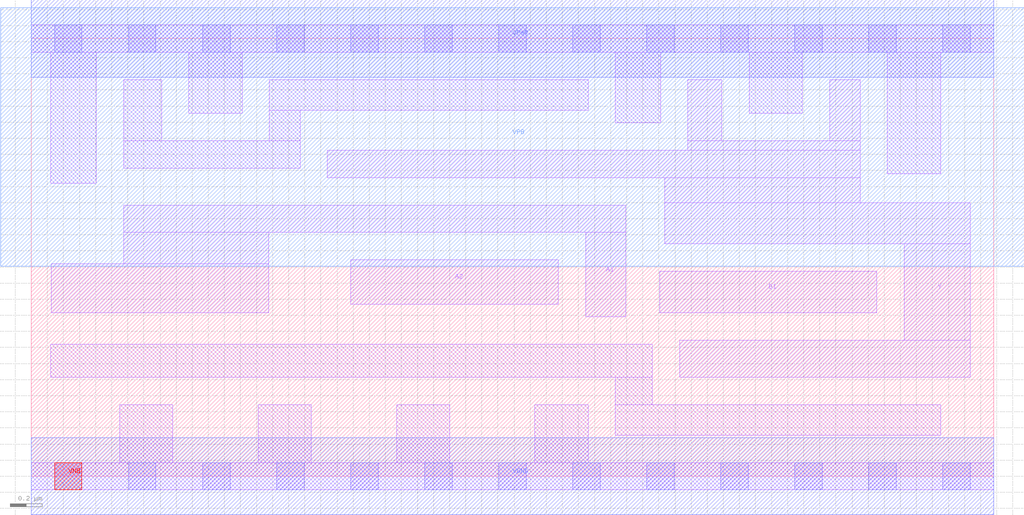
<source format=lef>
# Copyright 2020 The SkyWater PDK Authors
#
# Licensed under the Apache License, Version 2.0 (the "License");
# you may not use this file except in compliance with the License.
# You may obtain a copy of the License at
#
#     https://www.apache.org/licenses/LICENSE-2.0
#
# Unless required by applicable law or agreed to in writing, software
# distributed under the License is distributed on an "AS IS" BASIS,
# WITHOUT WARRANTIES OR CONDITIONS OF ANY KIND, either express or implied.
# See the License for the specific language governing permissions and
# limitations under the License.
#
# SPDX-License-Identifier: Apache-2.0

VERSION 5.7 ;
  NOWIREEXTENSIONATPIN ON ;
  DIVIDERCHAR "/" ;
  BUSBITCHARS "[]" ;
MACRO sky130_fd_sc_hd__o21ai_4
  CLASS CORE ;
  FOREIGN sky130_fd_sc_hd__o21ai_4 ;
  ORIGIN  0.000000  0.000000 ;
  SIZE  5.980000 BY  2.720000 ;
  SYMMETRY X Y R90 ;
  SITE unithd ;
  PIN A1
    ANTENNAGATEAREA  0.990000 ;
    DIRECTION INPUT ;
    USE SIGNAL ;
    PORT
      LAYER li1 ;
        RECT 0.125000 1.015000 1.475000 1.320000 ;
        RECT 0.575000 1.320000 1.475000 1.515000 ;
        RECT 0.575000 1.515000 3.695000 1.685000 ;
        RECT 3.445000 0.990000 3.695000 1.515000 ;
    END
  END A1
  PIN A2
    ANTENNAGATEAREA  0.990000 ;
    DIRECTION INPUT ;
    USE SIGNAL ;
    PORT
      LAYER li1 ;
        RECT 1.985000 1.070000 3.275000 1.345000 ;
    END
  END A2
  PIN B1
    ANTENNAGATEAREA  0.990000 ;
    DIRECTION INPUT ;
    USE SIGNAL ;
    PORT
      LAYER li1 ;
        RECT 3.905000 1.015000 5.255000 1.275000 ;
    END
  END B1
  PIN VNB
    PORT
      LAYER pwell ;
        RECT 0.145000 -0.085000 0.315000 0.085000 ;
    END
  END VNB
  PIN VPB
    PORT
      LAYER nwell ;
        RECT -0.190000 1.305000 6.170000 2.910000 ;
    END
  END VPB
  PIN Y
    ANTENNADIFFAREA  1.484000 ;
    DIRECTION OUTPUT ;
    USE SIGNAL ;
    PORT
      LAYER li1 ;
        RECT 1.840000 1.855000 5.150000 2.025000 ;
        RECT 3.935000 1.445000 5.835000 1.700000 ;
        RECT 3.935000 1.700000 5.150000 1.855000 ;
        RECT 4.030000 0.615000 5.835000 0.845000 ;
        RECT 4.080000 2.025000 5.150000 2.085000 ;
        RECT 4.080000 2.085000 4.290000 2.465000 ;
        RECT 4.960000 2.085000 5.150000 2.465000 ;
        RECT 5.425000 0.845000 5.835000 1.445000 ;
    END
  END Y
  PIN VGND
    DIRECTION INOUT ;
    SHAPE ABUTMENT ;
    USE GROUND ;
    PORT
      LAYER met1 ;
        RECT 0.000000 -0.240000 5.980000 0.240000 ;
    END
  END VGND
  PIN VPWR
    DIRECTION INOUT ;
    SHAPE ABUTMENT ;
    USE POWER ;
    PORT
      LAYER met1 ;
        RECT 0.000000 2.480000 5.980000 2.960000 ;
    END
  END VPWR
  OBS
    LAYER li1 ;
      RECT 0.000000 -0.085000 5.980000 0.085000 ;
      RECT 0.000000  2.635000 5.980000 2.805000 ;
      RECT 0.120000  0.615000 3.860000 0.820000 ;
      RECT 0.120000  1.820000 0.405000 2.635000 ;
      RECT 0.550000  0.085000 0.880000 0.445000 ;
      RECT 0.575000  1.915000 1.670000 2.085000 ;
      RECT 0.575000  2.085000 0.810000 2.465000 ;
      RECT 0.980000  2.255000 1.310000 2.635000 ;
      RECT 1.410000  0.085000 1.740000 0.445000 ;
      RECT 1.480000  2.085000 1.670000 2.275000 ;
      RECT 1.480000  2.275000 3.460000 2.465000 ;
      RECT 2.270000  0.085000 2.600000 0.445000 ;
      RECT 3.130000  0.085000 3.460000 0.445000 ;
      RECT 3.630000  0.255000 5.650000 0.445000 ;
      RECT 3.630000  0.445000 3.860000 0.615000 ;
      RECT 3.630000  2.195000 3.910000 2.635000 ;
      RECT 4.460000  2.255000 4.790000 2.635000 ;
      RECT 5.320000  1.880000 5.650000 2.635000 ;
    LAYER mcon ;
      RECT 0.145000 -0.085000 0.315000 0.085000 ;
      RECT 0.145000  2.635000 0.315000 2.805000 ;
      RECT 0.605000 -0.085000 0.775000 0.085000 ;
      RECT 0.605000  2.635000 0.775000 2.805000 ;
      RECT 1.065000 -0.085000 1.235000 0.085000 ;
      RECT 1.065000  2.635000 1.235000 2.805000 ;
      RECT 1.525000 -0.085000 1.695000 0.085000 ;
      RECT 1.525000  2.635000 1.695000 2.805000 ;
      RECT 1.985000 -0.085000 2.155000 0.085000 ;
      RECT 1.985000  2.635000 2.155000 2.805000 ;
      RECT 2.445000 -0.085000 2.615000 0.085000 ;
      RECT 2.445000  2.635000 2.615000 2.805000 ;
      RECT 2.905000 -0.085000 3.075000 0.085000 ;
      RECT 2.905000  2.635000 3.075000 2.805000 ;
      RECT 3.365000 -0.085000 3.535000 0.085000 ;
      RECT 3.365000  2.635000 3.535000 2.805000 ;
      RECT 3.825000 -0.085000 3.995000 0.085000 ;
      RECT 3.825000  2.635000 3.995000 2.805000 ;
      RECT 4.285000 -0.085000 4.455000 0.085000 ;
      RECT 4.285000  2.635000 4.455000 2.805000 ;
      RECT 4.745000 -0.085000 4.915000 0.085000 ;
      RECT 4.745000  2.635000 4.915000 2.805000 ;
      RECT 5.205000 -0.085000 5.375000 0.085000 ;
      RECT 5.205000  2.635000 5.375000 2.805000 ;
      RECT 5.665000 -0.085000 5.835000 0.085000 ;
      RECT 5.665000  2.635000 5.835000 2.805000 ;
  END
END sky130_fd_sc_hd__o21ai_4
END LIBRARY

</source>
